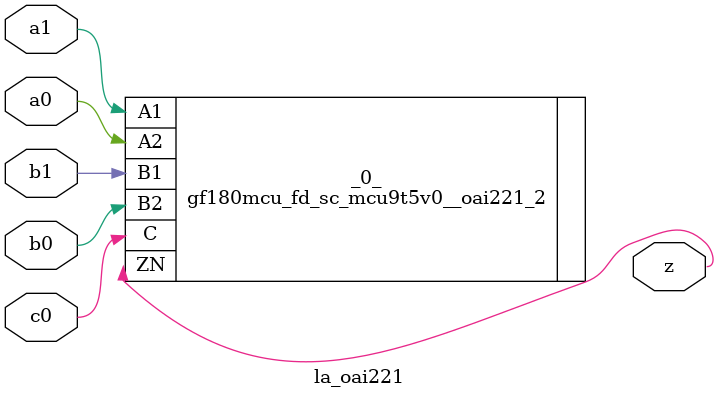
<source format=v>
/* Generated by Yosys 0.37 (git sha1 a5c7f69ed, clang 14.0.0-1ubuntu1.1 -fPIC -Os) */

module la_oai221(a0, a1, b0, b1, c0, z);
  input a0;
  wire a0;
  input a1;
  wire a1;
  input b0;
  wire b0;
  input b1;
  wire b1;
  input c0;
  wire c0;
  output z;
  wire z;
  gf180mcu_fd_sc_mcu9t5v0__oai221_2 _0_ (
    .A1(a1),
    .A2(a0),
    .B1(b1),
    .B2(b0),
    .C(c0),
    .ZN(z)
  );
endmodule

</source>
